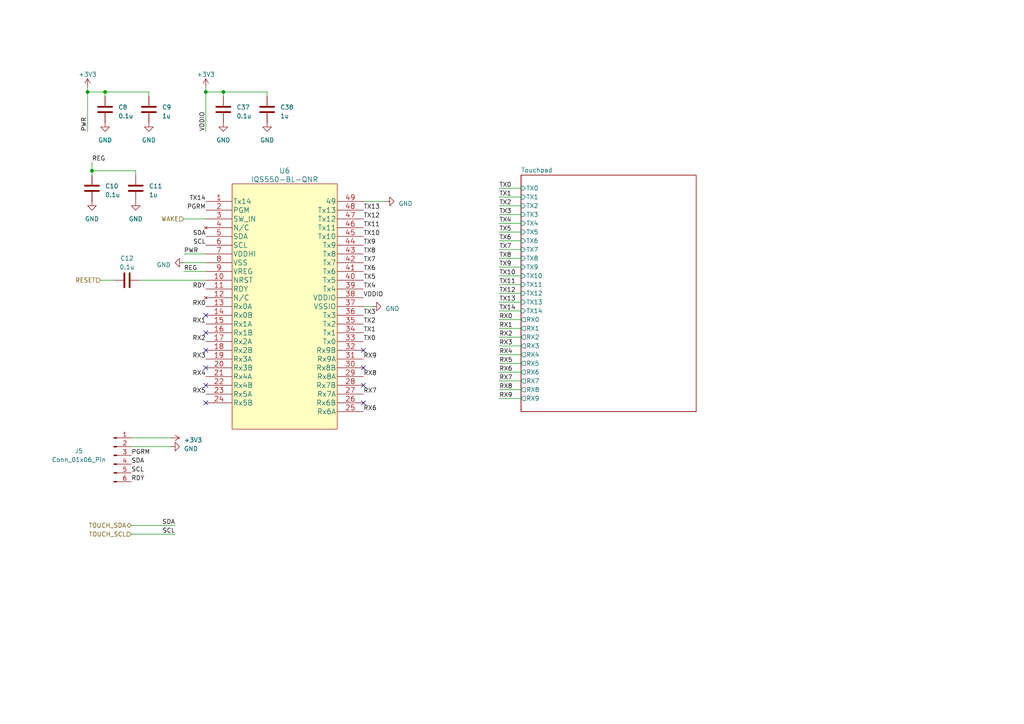
<source format=kicad_sch>
(kicad_sch (version 20230121) (generator eeschema)
  (paper "A4")
  (lib_symbols
    (symbol "2023-04-03_23-40-49:IQS550-BL-QNR" (pin_names (offset 0.254))
      (property "Reference" "U" (at 22.86 10.16 0))
      (property "Value" "IQS550-BL-QNR" (at 22.86 7.62 0))
      (symbol "IQS550-BL-QNR_1_1"
        (rectangle (start 7.62 5.08) (end 38.1 -66.04) (fill (type background)))
        (pin bidirectional line (at 0 0 0) (length 7.62) (name "Tx14") (number "1"))
        (pin unspecified line (at 0 -22.86 0) (length 7.62) (name "NRST") (number "10"))
        (pin unspecified line (at 0 -25.4 0) (length 7.62) (name "RDY") (number "11"))
        (pin no_connect line (at 0 -27.94 0) (length 7.62) (name "N/C") (number "12"))
        (pin bidirectional line (at 0 -30.48 0) (length 7.62) (name "Rx0A") (number "13"))
        (pin bidirectional line (at 0 -33.02 0) (length 7.62) (name "Rx0B") (number "14"))
        (pin bidirectional line (at 0 -35.56 0) (length 7.62) (name "Rx1A") (number "15"))
        (pin bidirectional line (at 0 -38.1 0) (length 7.62) (name "Rx1B") (number "16"))
        (pin bidirectional line (at 0 -40.64 0) (length 7.62) (name "Rx2A") (number "17"))
        (pin bidirectional line (at 0 -43.18 0) (length 7.62) (name "Rx2B") (number "18"))
        (pin bidirectional line (at 0 -45.72 0) (length 7.62) (name "Rx3A") (number "19"))
        (pin unspecified line (at 0 -2.54 0) (length 7.62) (name "PGM") (number "2"))
        (pin bidirectional line (at 0 -48.26 0) (length 7.62) (name "Rx3B") (number "20"))
        (pin bidirectional line (at 0 -50.8 0) (length 7.62) (name "Rx4A") (number "21"))
        (pin bidirectional line (at 0 -53.34 0) (length 7.62) (name "Rx4B") (number "22"))
        (pin bidirectional line (at 0 -55.88 0) (length 7.62) (name "Rx5A") (number "23"))
        (pin bidirectional line (at 0 -58.42 0) (length 7.62) (name "Rx5B") (number "24"))
        (pin bidirectional line (at 45.72 -60.96 180) (length 7.62) (name "Rx6A") (number "25"))
        (pin bidirectional line (at 45.72 -58.42 180) (length 7.62) (name "Rx6B") (number "26"))
        (pin bidirectional line (at 45.72 -55.88 180) (length 7.62) (name "Rx7A") (number "27"))
        (pin bidirectional line (at 45.72 -53.34 180) (length 7.62) (name "Rx7B") (number "28"))
        (pin bidirectional line (at 45.72 -50.8 180) (length 7.62) (name "Rx8A") (number "29"))
        (pin unspecified line (at 0 -5.08 0) (length 7.62) (name "SW_IN") (number "3"))
        (pin bidirectional line (at 45.72 -48.26 180) (length 7.62) (name "Rx8B") (number "30"))
        (pin bidirectional line (at 45.72 -45.72 180) (length 7.62) (name "Rx9A") (number "31"))
        (pin bidirectional line (at 45.72 -43.18 180) (length 7.62) (name "Rx9B") (number "32"))
        (pin bidirectional line (at 45.72 -40.64 180) (length 7.62) (name "Tx0") (number "33"))
        (pin bidirectional line (at 45.72 -38.1 180) (length 7.62) (name "Tx1") (number "34"))
        (pin bidirectional line (at 45.72 -35.56 180) (length 7.62) (name "Tx2") (number "35"))
        (pin bidirectional line (at 45.72 -33.02 180) (length 7.62) (name "Tx3") (number "36"))
        (pin power_in line (at 45.72 -30.48 180) (length 7.62) (name "VSSIO") (number "37"))
        (pin power_in line (at 45.72 -27.94 180) (length 7.62) (name "VDDIO") (number "38"))
        (pin bidirectional line (at 45.72 -25.4 180) (length 7.62) (name "Tx4") (number "39"))
        (pin no_connect line (at 0 -7.62 0) (length 7.62) (name "N/C") (number "4"))
        (pin bidirectional line (at 45.72 -22.86 180) (length 7.62) (name "Tx5") (number "40"))
        (pin bidirectional line (at 45.72 -20.32 180) (length 7.62) (name "Tx6") (number "41"))
        (pin bidirectional line (at 45.72 -17.78 180) (length 7.62) (name "Tx7") (number "42"))
        (pin bidirectional line (at 45.72 -15.24 180) (length 7.62) (name "Tx8") (number "43"))
        (pin bidirectional line (at 45.72 -12.7 180) (length 7.62) (name "Tx9") (number "44"))
        (pin bidirectional line (at 45.72 -10.16 180) (length 7.62) (name "Tx10") (number "45"))
        (pin bidirectional line (at 45.72 -7.62 180) (length 7.62) (name "Tx11") (number "46"))
        (pin bidirectional line (at 45.72 -5.08 180) (length 7.62) (name "Tx12") (number "47"))
        (pin bidirectional line (at 45.72 -2.54 180) (length 7.62) (name "Tx13") (number "48"))
        (pin unspecified line (at 45.72 0 180) (length 7.62) (name "49") (number "49"))
        (pin unspecified line (at 0 -10.16 0) (length 7.62) (name "SDA") (number "5"))
        (pin unspecified line (at 0 -12.7 0) (length 7.62) (name "SCL") (number "6"))
        (pin power_in line (at 0 -15.24 0) (length 7.62) (name "VDDHI") (number "7"))
        (pin power_in line (at 0 -17.78 0) (length 7.62) (name "VSS") (number "8"))
        (pin unspecified line (at 0 -20.32 0) (length 7.62) (name "VREG") (number "9"))
      )
    )
    (symbol "Connector:Conn_01x06_Pin" (pin_names (offset 1.016) hide)
      (property "Reference" "J" (at 0 7.62 0))
      (property "Value" "Conn_01x06_Pin" (at 0 -10.16 0))
      (symbol "Conn_01x06_Pin_1_1"
        (polyline (pts (xy 1.27 -7.62) (xy 0.8636 -7.62)) (stroke (width 0.1524)))
        (polyline (pts (xy 1.27 -5.08) (xy 0.8636 -5.08)) (stroke (width 0.1524)))
        (polyline (pts (xy 1.27 -2.54) (xy 0.8636 -2.54)) (stroke (width 0.1524)))
        (polyline (pts (xy 1.27 0) (xy 0.8636 0)) (stroke (width 0.1524)))
        (polyline (pts (xy 1.27 2.54) (xy 0.8636 2.54)) (stroke (width 0.1524)))
        (polyline (pts (xy 1.27 5.08) (xy 0.8636 5.08)) (stroke (width 0.1524)))
        (rectangle (start 0.8636 -7.493) (end 0 -7.747) (stroke (width 0.1524)) (fill (type outline)))
        (rectangle (start 0.8636 -4.953) (end 0 -5.207) (stroke (width 0.1524)) (fill (type outline)))
        (rectangle (start 0.8636 -2.413) (end 0 -2.667) (stroke (width 0.1524)) (fill (type outline)))
        (rectangle (start 0.8636 0.127) (end 0 -0.127) (stroke (width 0.1524)) (fill (type outline)))
        (rectangle (start 0.8636 2.667) (end 0 2.413) (stroke (width 0.1524)) (fill (type outline)))
        (rectangle (start 0.8636 5.207) (end 0 4.953) (stroke (width 0.1524)) (fill (type outline)))
        (pin passive line (at 5.08 5.08 180) (length 3.81) (name "Pin_1") (number "1"))
        (pin passive line (at 5.08 2.54 180) (length 3.81) (name "Pin_2") (number "2"))
        (pin passive line (at 5.08 0 180) (length 3.81) (name "Pin_3") (number "3"))
        (pin passive line (at 5.08 -2.54 180) (length 3.81) (name "Pin_4") (number "4"))
        (pin passive line (at 5.08 -5.08 180) (length 3.81) (name "Pin_5") (number "5"))
        (pin passive line (at 5.08 -7.62 180) (length 3.81) (name "Pin_6") (number "6"))
      )
    )
    (symbol "Device:C" (pin_numbers hide) (pin_names (offset 0.254))
      (property "Reference" "C" (at 0.635 2.54 0))
      (property "Value" "C" (at 0.635 -2.54 0))
      (symbol "C_0_1"
        (polyline (pts (xy -2.032 -0.762) (xy 2.032 -0.762)) (stroke (width 0.508)))
        (polyline (pts (xy -2.032 0.762) (xy 2.032 0.762)) (stroke (width 0.508)))
      )
      (symbol "C_1_1"
        (pin passive line (at 0 3.81 270) (length 2.794) (name "~") (number "1"))
        (pin passive line (at 0 -3.81 90) (length 2.794) (name "~") (number "2"))
      )
    )
    (symbol "power:+3V3" (power) (pin_names (offset 0))
      (property "Value" "+3V3" (at 0 3.556 0))
      (symbol "+3V3_0_1"
        (polyline (pts (xy -0.762 1.27) (xy 0 2.54)))
        (polyline (pts (xy 0 0) (xy 0 2.54)))
        (polyline (pts (xy 0 2.54) (xy 0.762 1.27)))
      )
      (symbol "+3V3_1_1"
        (pin power_in line (at 0 0 90) (length 0) hide (name "+3V3") (number "1"))
      )
    )
    (symbol "power:GND" (power) (pin_names (offset 0))
      (property "Value" "GND" (at 0 -3.81 0))
      (symbol "GND_0_1"
        (polyline (pts (xy 0 0) (xy 0 -1.27) (xy 1.27 -1.27) (xy 0 -2.54) (xy -1.27 -1.27) (xy 0 -1.27)))
      )
      (symbol "GND_1_1"
        (pin power_in line (at 0 0 270) (length 0) hide (name "GND") (number "1"))
      )
    )
  )
  (junction (at 25.4 26.67))
  (junction (at 64.77 26.67))
  (junction (at 26.67 49.53))
  (junction (at 59.69 26.67))
  (junction (at 30.48 26.67))
  (no_connect (at 59.69 116.84))
  (no_connect (at 59.69 106.68))
  (no_connect (at 59.69 91.44))
  (no_connect (at 59.69 96.52))
  (no_connect (at 105.41 101.6))
  (no_connect (at 105.41 111.76))
  (no_connect (at 105.41 106.68))
  (no_connect (at 59.69 101.6))
  (no_connect (at 105.41 116.84))
  (no_connect (at 59.69 111.76))
  (wire (pts (xy 29.21 81.28) (xy 33.02 81.28)))
  (wire (pts (xy 144.78 100.33) (xy 151.13 100.33)))
  (wire (pts (xy 39.37 49.53) (xy 39.37 50.8)))
  (wire (pts (xy 144.78 54.61) (xy 151.13 54.61)))
  (wire (pts (xy 25.4 25.4) (xy 25.4 26.67)))
  (wire (pts (xy 59.69 26.67) (xy 64.77 26.67)))
  (wire (pts (xy 43.18 26.67) (xy 43.18 27.94)))
  (wire (pts (xy 38.1 154.94) (xy 50.8 154.94)))
  (wire (pts (xy 144.78 97.79) (xy 151.13 97.79)))
  (wire (pts (xy 26.67 46.99) (xy 26.67 49.53)))
  (wire (pts (xy 144.78 77.47) (xy 151.13 77.47)))
  (wire (pts (xy 38.1 152.4) (xy 50.8 152.4)))
  (wire (pts (xy 59.69 25.4) (xy 59.69 26.67)))
  (wire (pts (xy 49.53 127) (xy 38.1 127)))
  (wire (pts (xy 144.78 107.95) (xy 151.13 107.95)))
  (wire (pts (xy 30.48 26.67) (xy 30.48 27.94)))
  (wire (pts (xy 144.78 64.77) (xy 151.13 64.77)))
  (wire (pts (xy 53.34 73.66) (xy 59.69 73.66)))
  (wire (pts (xy 144.78 57.15) (xy 151.13 57.15)))
  (wire (pts (xy 26.67 49.53) (xy 39.37 49.53)))
  (wire (pts (xy 144.78 59.69) (xy 151.13 59.69)))
  (wire (pts (xy 144.78 74.93) (xy 151.13 74.93)))
  (wire (pts (xy 144.78 87.63) (xy 151.13 87.63)))
  (wire (pts (xy 105.41 88.9) (xy 107.95 88.9)))
  (wire (pts (xy 144.78 110.49) (xy 151.13 110.49)))
  (wire (pts (xy 53.34 76.2) (xy 59.69 76.2)))
  (wire (pts (xy 144.78 72.39) (xy 151.13 72.39)))
  (wire (pts (xy 30.48 26.67) (xy 43.18 26.67)))
  (wire (pts (xy 25.4 26.67) (xy 30.48 26.67)))
  (wire (pts (xy 53.34 63.5) (xy 59.69 63.5)))
  (wire (pts (xy 144.78 90.17) (xy 151.13 90.17)))
  (wire (pts (xy 49.53 129.54) (xy 38.1 129.54)))
  (wire (pts (xy 144.78 85.09) (xy 151.13 85.09)))
  (wire (pts (xy 26.67 49.53) (xy 26.67 50.8)))
  (wire (pts (xy 144.78 95.25) (xy 151.13 95.25)))
  (wire (pts (xy 144.78 115.57) (xy 151.13 115.57)))
  (wire (pts (xy 53.34 78.74) (xy 59.69 78.74)))
  (wire (pts (xy 144.78 69.85) (xy 151.13 69.85)))
  (wire (pts (xy 77.47 26.67) (xy 77.47 27.94)))
  (wire (pts (xy 40.64 81.28) (xy 59.69 81.28)))
  (wire (pts (xy 144.78 82.55) (xy 151.13 82.55)))
  (wire (pts (xy 64.77 26.67) (xy 64.77 27.94)))
  (wire (pts (xy 111.76 58.42) (xy 105.41 58.42)))
  (wire (pts (xy 144.78 92.71) (xy 151.13 92.71)))
  (wire (pts (xy 144.78 102.87) (xy 151.13 102.87)))
  (wire (pts (xy 144.78 67.31) (xy 151.13 67.31)))
  (wire (pts (xy 144.78 80.01) (xy 151.13 80.01)))
  (wire (pts (xy 59.69 26.67) (xy 59.69 38.1)))
  (wire (pts (xy 144.78 62.23) (xy 151.13 62.23)))
  (wire (pts (xy 64.77 26.67) (xy 77.47 26.67)))
  (wire (pts (xy 25.4 26.67) (xy 25.4 38.1)))
  (wire (pts (xy 144.78 105.41) (xy 151.13 105.41)))
  (wire (pts (xy 144.78 113.03) (xy 151.13 113.03)))
  (label "TX2" (at 144.78 59.69 0))
  (label "RDY" (at 59.69 83.82 180))
  (label "RX8" (at 105.41 109.22 0))
  (label "TX14" (at 59.69 58.42 180))
  (label "TX3" (at 144.78 62.23 0))
  (label "TX4" (at 105.41 83.82 0))
  (label "RX2" (at 59.69 99.06 180))
  (label "TX11" (at 105.41 66.04 0))
  (label "TX8" (at 105.41 73.66 0))
  (label "RX7" (at 105.41 114.3 0))
  (label "VDDIO" (at 59.69 38.1 90))
  (label "TX1" (at 144.78 57.15 0))
  (label "TX9" (at 105.41 71.12 0))
  (label "RX9" (at 144.78 115.57 0))
  (label "REG" (at 26.67 46.99 0))
  (label "RX3" (at 144.78 100.33 0))
  (label "RDY" (at 38.1 139.7 0))
  (label "TX0" (at 144.78 54.61 0))
  (label "TX2" (at 105.41 93.98 0))
  (label "REG" (at 53.34 78.74 0))
  (label "RX0" (at 144.78 92.71 0))
  (label "TX6" (at 144.78 69.85 0))
  (label "TX8" (at 144.78 74.93 0))
  (label "RX1" (at 59.69 93.98 180))
  (label "TX6" (at 105.41 78.74 0))
  (label "TX12" (at 144.78 85.09 0))
  (label "RX6" (at 105.41 119.38 0))
  (label "TX1" (at 105.41 96.52 0))
  (label "RX7" (at 144.78 110.49 0))
  (label "TX5" (at 144.78 67.31 0))
  (label "RX1" (at 144.78 95.25 0))
  (label "SCL" (at 59.69 71.12 180))
  (label "TX4" (at 144.78 64.77 0))
  (label "TX5" (at 105.41 81.28 0))
  (label "PWR" (at 25.4 38.1 90))
  (label "RX6" (at 144.78 107.95 0))
  (label "TX0" (at 105.41 99.06 0))
  (label "RX3" (at 59.69 104.14 180))
  (label "TX13" (at 105.41 60.96 0))
  (label "TX13" (at 144.78 87.63 0))
  (label "SDA" (at 38.1 134.62 0))
  (label "TX14" (at 144.78 90.17 0))
  (label "SCL" (at 50.8 154.94 180))
  (label "PWR" (at 53.34 73.66 0))
  (label "RX5" (at 144.78 105.41 0))
  (label "RX2" (at 144.78 97.79 0))
  (label "RX0" (at 59.69 88.9 180))
  (label "PGRM" (at 59.69 60.96 180))
  (label "SDA" (at 50.8 152.4 180))
  (label "PGRM" (at 38.1 132.08 0))
  (label "TX10" (at 105.41 68.58 0))
  (label "RX5" (at 59.69 114.3 180))
  (label "SCL" (at 38.1 137.16 0))
  (label "TX10" (at 144.78 80.01 0))
  (label "RX4" (at 59.69 109.22 180))
  (label "VDDIO" (at 105.41 86.36 0))
  (label "TX7" (at 105.41 76.2 0))
  (label "RX9" (at 105.41 104.14 0))
  (label "TX11" (at 144.78 82.55 0))
  (label "TX9" (at 144.78 77.47 0))
  (label "TX3" (at 105.41 91.44 0))
  (label "TX12" (at 105.41 63.5 0))
  (label "TX7" (at 144.78 72.39 0))
  (label "RX8" (at 144.78 113.03 0))
  (label "SDA" (at 59.69 68.58 180))
  (label "RX4" (at 144.78 102.87 0))
  (hierarchical_label "TOUCH_SDA" (shape bidirectional) (at 38.1 152.4 180))
  (hierarchical_label "WAKE" (shape input) (at 53.34 63.5 180))
  (hierarchical_label "TOUCH_SCL" (shape input) (at 38.1 154.94 180))
  (hierarchical_label "RESET" (shape input) (at 29.21 81.28 180))
  (symbol (lib_id "Device:C") (at 26.67 54.61 0) (unit 1)
    (property "Reference" "C10" (at 30.48 53.975 0) (effects (justify left)))
    (property "Value" "0.1u" (at 30.48 56.515 0) (effects (justify left)))
    (property "Footprint" "Capacitor_SMD:C_0402_1005Metric" (effects hide))
  )
  (symbol (lib_id "Device:C") (at 36.83 81.28 90) (unit 1)
    (property "Reference" "C12" (at 36.83 74.93 90))
    (property "Value" "0.1u" (at 36.83 77.47 90))
    (property "Footprint" "Capacitor_SMD:C_0402_1005Metric" (effects hide))
  )
  (symbol (lib_id "power:+3V3") (at 59.69 25.4 0) (unit 1)
    (property "Reference" "#PWR017" (effects hide))
    (property "Value" "+3V3" (at 59.69 21.59 0))
  )
  (symbol (lib_id "power:GND") (at 111.76 58.42 90) (unit 1)
    (property "Reference" "#PWR054" (effects hide))
    (property "Value" "GND" (at 115.57 59.055 90) (effects (justify right)))
  )
  (symbol (lib_id "power:GND") (at 49.53 129.54 90) (unit 1)
    (property "Reference" "#PWR057" (effects hide))
    (property "Value" "GND" (at 53.34 130.175 90) (effects (justify right)))
  )
  (symbol (lib_id "power:GND") (at 107.95 88.9 90) (unit 1)
    (property "Reference" "#PWR0135" (effects hide))
    (property "Value" "GND" (at 111.76 89.535 90) (effects (justify right)))
  )
  (symbol (lib_id "Device:C") (at 64.77 31.75 0) (unit 1)
    (property "Reference" "C37" (at 68.58 31.115 0) (effects (justify left)))
    (property "Value" "0.1u" (at 68.58 33.655 0) (effects (justify left)))
    (property "Footprint" "Capacitor_SMD:C_0402_1005Metric" (effects hide))
  )
  (symbol (lib_id "power:GND") (at 26.67 58.42 0) (unit 1)
    (property "Reference" "#PWR052" (effects hide))
    (property "Value" "GND" (at 26.67 63.5 0))
  )
  (symbol (lib_id "power:+3V3") (at 25.4 25.4 0) (unit 1)
    (property "Reference" "#PWR049" (effects hide))
    (property "Value" "+3V3" (at 25.4 21.59 0))
  )
  (symbol (lib_id "power:GND") (at 64.77 35.56 0) (unit 1)
    (property "Reference" "#PWR0133" (effects hide))
    (property "Value" "GND" (at 64.77 40.64 0))
  )
  (symbol (lib_id "Device:C") (at 77.47 31.75 0) (unit 1)
    (property "Reference" "C38" (at 81.28 31.115 0) (effects (justify left)))
    (property "Value" "1u" (at 81.28 33.655 0) (effects (justify left)))
    (property "Footprint" "Capacitor_SMD:C_0603_1608Metric" (effects hide))
  )
  (symbol (lib_id "power:GND") (at 39.37 58.42 0) (unit 1)
    (property "Reference" "#PWR053" (effects hide))
    (property "Value" "GND" (at 39.37 63.5 0))
  )
  (symbol (lib_id "Device:C") (at 30.48 31.75 0) (unit 1)
    (property "Reference" "C8" (at 34.29 31.115 0) (effects (justify left)))
    (property "Value" "0.1u" (at 34.29 33.655 0) (effects (justify left)))
    (property "Footprint" "Capacitor_SMD:C_0402_1005Metric" (effects hide))
  )
  (symbol (lib_id "power:GND") (at 53.34 76.2 270) (mirror x) (unit 1)
    (property "Reference" "#PWR055" (effects hide))
    (property "Value" "GND" (at 49.53 76.835 90) (effects (justify right)))
  )
  (symbol (lib_id "power:+3V3") (at 49.53 127 270) (unit 1)
    (property "Reference" "#PWR056" (effects hide))
    (property "Value" "+3V3" (at 53.34 127.635 90) (effects (justify left)))
  )
  (symbol (lib_id "Device:C") (at 39.37 54.61 0) (unit 1)
    (property "Reference" "C11" (at 43.18 53.975 0) (effects (justify left)))
    (property "Value" "1u" (at 43.18 56.515 0) (effects (justify left)))
    (property "Footprint" "Capacitor_SMD:C_0603_1608Metric" (effects hide))
  )
  (symbol (lib_id "power:GND") (at 30.48 35.56 0) (unit 1)
    (property "Reference" "#PWR050" (effects hide))
    (property "Value" "GND" (at 30.48 40.64 0))
  )
  (symbol (lib_id "2023-04-03_23-40-49:IQS550-BL-QNR") (at 59.69 58.42 0) (unit 1)
    (property "Reference" "U6" (at 82.55 49.53 0) (effects (font (size 1.524 1.524))))
    (property "Value" "IQS550-BL-QNR" (at 82.55 52.07 0) (effects (font (size 1.524 1.524))))
    (property "Footprint" "footprints5:IQS550-BL-QNR" (effects hide))
  )
  (symbol (lib_id "power:GND") (at 43.18 35.56 0) (unit 1)
    (property "Reference" "#PWR051" (effects hide))
    (property "Value" "GND" (at 43.18 40.64 0))
  )
  (symbol (lib_id "Device:C") (at 43.18 31.75 0) (unit 1)
    (property "Reference" "C9" (at 46.99 31.115 0) (effects (justify left)))
    (property "Value" "1u" (at 46.99 33.655 0) (effects (justify left)))
    (property "Footprint" "Capacitor_SMD:C_0603_1608Metric" (effects hide))
  )
  (symbol (lib_id "power:GND") (at 77.47 35.56 0) (unit 1)
    (property "Reference" "#PWR0134" (effects hide))
    (property "Value" "GND" (at 77.47 40.64 0))
  )
  (symbol (lib_id "Connector:Conn_01x06_Pin") (at 33.02 132.08 0) (unit 1)
    (property "Reference" "J5" (at 22.86 130.81 0))
    (property "Value" "Conn_01x06_Pin" (at 22.86 133.35 0))
    (property "Footprint" "Connector_PinHeader_2.54mm:PinHeader_1x06_P2.54mm_Vertical" (effects hide))
  )
  (sheet (at 151.13 50.8) (size 50.8 68.58) (stroke (width 0.1524))
    (property "Sheetname" "Touchpad" (at 151.13 50.0884 0) (effects (justify left bottom)))
    (property "Sheetfile" "touchpad.kicad_sch" (effects hide))
    (pin "RX8" output (at 151.13 113.03 180))
    (pin "RX9" output (at 151.13 115.57 180))
    (pin "RX7" output (at 151.13 110.49 180))
    (pin "TX3" input (at 151.13 62.23 180))
    (pin "TX4" input (at 151.13 64.77 180))
    (pin "TX2" input (at 151.13 59.69 180))
    (pin "RX4" output (at 151.13 102.87 180))
    (pin "RX5" output (at 151.13 105.41 180))
    (pin "RX6" output (at 151.13 107.95 180))
    (pin "TX0" input (at 151.13 54.61 180))
    (pin "RX0" output (at 151.13 92.71 180))
    (pin "RX1" output (at 151.13 95.25 180))
    (pin "RX3" output (at 151.13 100.33 180))
    (pin "RX2" output (at 151.13 97.79 180))
    (pin "TX1" input (at 151.13 57.15 180))
    (pin "TX5" input (at 151.13 67.31 180))
    (pin "TX7" input (at 151.13 72.39 180))
    (pin "TX6" input (at 151.13 69.85 180))
    (pin "TX10" input (at 151.13 80.01 180))
    (pin "TX8" input (at 151.13 74.93 180))
    (pin "TX9" input (at 151.13 77.47 180))
    (pin "TX14" input (at 151.13 90.17 180))
    (pin "TX11" input (at 151.13 82.55 180))
    (pin "TX12" input (at 151.13 85.09 180))
    (pin "TX13" input (at 151.13 87.63 180))
  )
)
</source>
